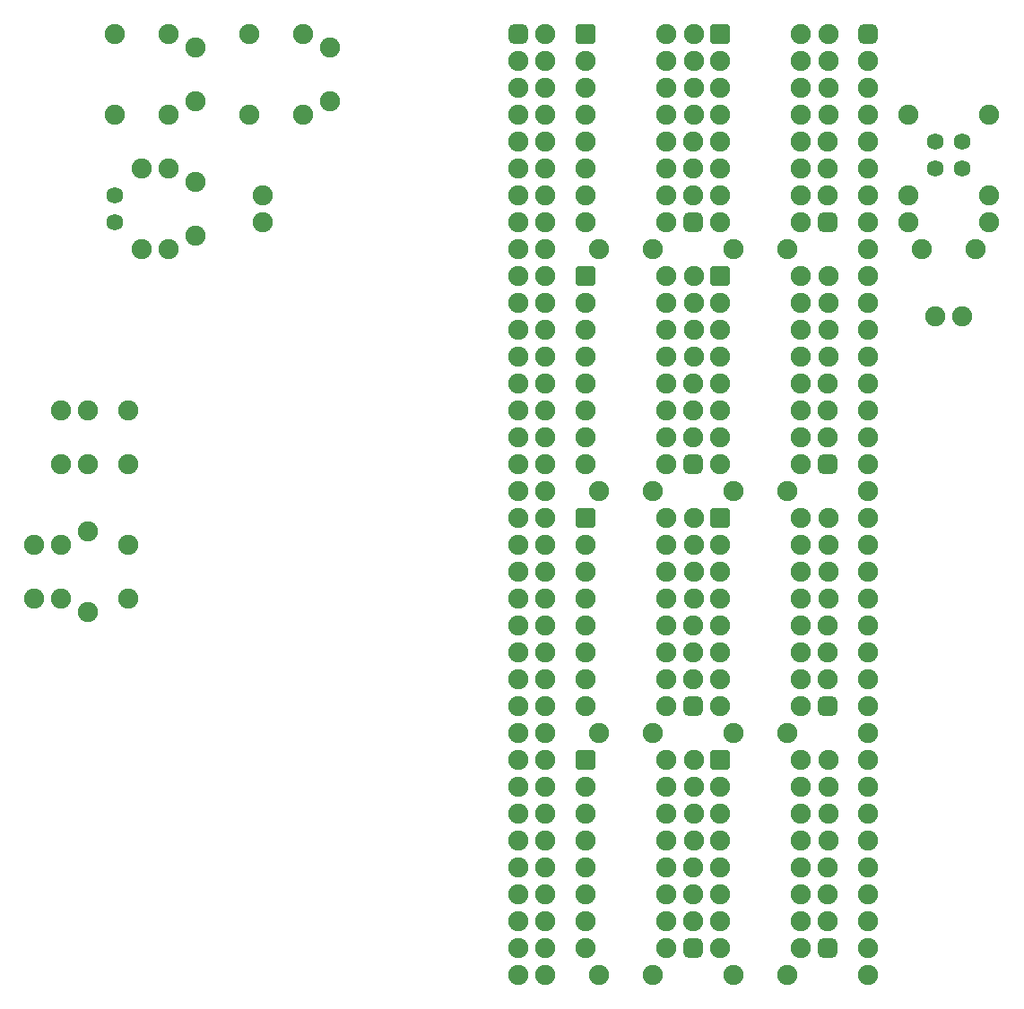
<source format=gbr>
%TF.GenerationSoftware,KiCad,Pcbnew,(6.0.0)*%
%TF.CreationDate,2023-06-08T10:52:07-04:00*%
%TF.ProjectId,CONTROL,434f4e54-524f-44c2-9e6b-696361645f70,rev?*%
%TF.SameCoordinates,Original*%
%TF.FileFunction,Soldermask,Bot*%
%TF.FilePolarity,Negative*%
%FSLAX46Y46*%
G04 Gerber Fmt 4.6, Leading zero omitted, Abs format (unit mm)*
G04 Created by KiCad (PCBNEW (6.0.0)) date 2023-06-08 10:52:07*
%MOMM*%
%LPD*%
G01*
G04 APERTURE LIST*
G04 Aperture macros list*
%AMRoundRect*
0 Rectangle with rounded corners*
0 $1 Rounding radius*
0 $2 $3 $4 $5 $6 $7 $8 $9 X,Y pos of 4 corners*
0 Add a 4 corners polygon primitive as box body*
4,1,4,$2,$3,$4,$5,$6,$7,$8,$9,$2,$3,0*
0 Add four circle primitives for the rounded corners*
1,1,$1+$1,$2,$3*
1,1,$1+$1,$4,$5*
1,1,$1+$1,$6,$7*
1,1,$1+$1,$8,$9*
0 Add four rect primitives between the rounded corners*
20,1,$1+$1,$2,$3,$4,$5,0*
20,1,$1+$1,$4,$5,$6,$7,0*
20,1,$1+$1,$6,$7,$8,$9,0*
20,1,$1+$1,$8,$9,$2,$3,0*%
G04 Aperture macros list end*
%ADD10C,1.905000*%
%ADD11RoundRect,0.381000X-0.571500X-0.571500X0.571500X-0.571500X0.571500X0.571500X-0.571500X0.571500X0*%
%ADD12RoundRect,0.635000X0.317500X0.317500X-0.317500X0.317500X-0.317500X-0.317500X0.317500X-0.317500X0*%
%ADD13RoundRect,0.635000X-0.317500X0.317500X-0.317500X-0.317500X0.317500X-0.317500X0.317500X0.317500X0*%
%ADD14C,1.587500*%
G04 APERTURE END LIST*
D10*
%TO.C,C4*%
X62230000Y-33020000D03*
X62230000Y-38100000D03*
%TD*%
D11*
%TO.C,IC4*%
X99060000Y-54610000D03*
D10*
X99060000Y-57150000D03*
X99060000Y-59690000D03*
X99060000Y-62230000D03*
X99060000Y-64770000D03*
X99060000Y-67310000D03*
X99060000Y-69850000D03*
X99060000Y-72390000D03*
X106680000Y-72390000D03*
X106680000Y-69850000D03*
X106680000Y-67310000D03*
X106680000Y-64770000D03*
X106680000Y-62230000D03*
X106680000Y-59690000D03*
X106680000Y-57150000D03*
X106680000Y-54610000D03*
%TD*%
D12*
%TO.C,RN5*%
X109220000Y-95250000D03*
D10*
X109220000Y-92710000D03*
X109220000Y-90170000D03*
X109220000Y-87630000D03*
X109242592Y-85091408D03*
X109242592Y-82551408D03*
X109242592Y-80010000D03*
X109242592Y-77470000D03*
%TD*%
D11*
%TO.C,IC5*%
X86360000Y-77470000D03*
D10*
X86360000Y-80010000D03*
X86360000Y-82550000D03*
X86360000Y-85090000D03*
X86360000Y-87630000D03*
X86360000Y-90170000D03*
X86360000Y-92710000D03*
X86360000Y-95250000D03*
X93980000Y-95250000D03*
X93980000Y-92710000D03*
X93980000Y-90170000D03*
X93980000Y-87630000D03*
X93980000Y-85090000D03*
X93980000Y-82550000D03*
X93980000Y-80010000D03*
X93980000Y-77470000D03*
%TD*%
%TO.C,D1*%
X46990000Y-52070000D03*
X46990000Y-44450000D03*
%TD*%
D11*
%TO.C,IC1*%
X86360000Y-31750000D03*
D10*
X86360000Y-34290000D03*
X86360000Y-36830000D03*
X86360000Y-39370000D03*
X86360000Y-41910000D03*
X86360000Y-44450000D03*
X86360000Y-46990000D03*
X86360000Y-49530000D03*
X93980000Y-49530000D03*
X93980000Y-46990000D03*
X93980000Y-44450000D03*
X93980000Y-41910000D03*
X93980000Y-39370000D03*
X93980000Y-36830000D03*
X93980000Y-34290000D03*
X93980000Y-31750000D03*
%TD*%
%TO.C,C12*%
X92710000Y-74930000D03*
X87630000Y-74930000D03*
%TD*%
%TO.C,D0*%
X124460000Y-49530000D03*
X116840000Y-49530000D03*
%TD*%
D11*
%TO.C,IC7*%
X86360000Y-100330000D03*
D10*
X86360000Y-102870000D03*
X86360000Y-105410000D03*
X86360000Y-107950000D03*
X86360000Y-110490000D03*
X86360000Y-113030000D03*
X86360000Y-115570000D03*
X86360000Y-118110000D03*
X93980000Y-118110000D03*
X93980000Y-115570000D03*
X93980000Y-113030000D03*
X93980000Y-110490000D03*
X93980000Y-107950000D03*
X93980000Y-105410000D03*
X93980000Y-102870000D03*
X93980000Y-100330000D03*
%TD*%
D13*
%TO.C,H0*%
X80010000Y-31750000D03*
D10*
X80010000Y-34290000D03*
X80010000Y-36830000D03*
X80010000Y-39370000D03*
X80010000Y-41910000D03*
X80010000Y-44450000D03*
X80010000Y-46990000D03*
X80010000Y-49530000D03*
X80010000Y-52070000D03*
X80010000Y-54610000D03*
X80010000Y-57150000D03*
X80010000Y-59690000D03*
X80010000Y-62230000D03*
X80010000Y-64770000D03*
X80010000Y-67310000D03*
X80010000Y-69850000D03*
X80010000Y-72390000D03*
X80010000Y-74930000D03*
X80010000Y-77470000D03*
X80010000Y-80010000D03*
X80010000Y-82550000D03*
X80010000Y-85090000D03*
X80010000Y-87630000D03*
X80010000Y-90170000D03*
X80010000Y-92710000D03*
X80010000Y-95250000D03*
X80010000Y-97790000D03*
X80010000Y-100330000D03*
X80010000Y-102870000D03*
X80010000Y-105410000D03*
X80010000Y-107950000D03*
X80010000Y-110490000D03*
X80010000Y-113030000D03*
X80010000Y-115570000D03*
X80010000Y-118110000D03*
X80010000Y-120650000D03*
X82550000Y-120650000D03*
X82550000Y-118110000D03*
X82550000Y-115570000D03*
X82550000Y-113030000D03*
X82550000Y-110490000D03*
X82550000Y-107950000D03*
X82550000Y-105410000D03*
X82550000Y-102870000D03*
X82550000Y-100330000D03*
X82550000Y-97790000D03*
X82550000Y-95250000D03*
X82550000Y-92710000D03*
X82550000Y-90170000D03*
X82550000Y-87630000D03*
X82550000Y-85090000D03*
X82550000Y-82550000D03*
X82550000Y-80010000D03*
X82550000Y-77470000D03*
X82550000Y-74930000D03*
X82550000Y-72390000D03*
X82550000Y-69850000D03*
X82550000Y-67310000D03*
X82550000Y-64770000D03*
X82550000Y-62230000D03*
X82550000Y-59690000D03*
X82550000Y-57150000D03*
X82550000Y-54610000D03*
X82550000Y-52070000D03*
X82550000Y-49530000D03*
X82550000Y-46990000D03*
X82550000Y-44450000D03*
X82550000Y-41910000D03*
X82550000Y-39370000D03*
X82550000Y-36830000D03*
X82550000Y-34290000D03*
X82550000Y-31750000D03*
%TD*%
%TO.C,C8*%
X34290000Y-80010000D03*
X34290000Y-85090000D03*
%TD*%
%TO.C,C13*%
X105410000Y-74930000D03*
X100330000Y-74930000D03*
%TD*%
%TO.C,S0*%
X54610000Y-31750000D03*
X54610000Y-39370000D03*
%TD*%
%TO.C,R2*%
X124460000Y-46990000D03*
X116840000Y-46990000D03*
%TD*%
%TO.C,R0*%
X59690000Y-39370000D03*
X59690000Y-31750000D03*
%TD*%
%TO.C,C10*%
X92710000Y-52070000D03*
X87630000Y-52070000D03*
%TD*%
D11*
%TO.C,IC2*%
X99060000Y-31750000D03*
D10*
X99060000Y-34290000D03*
X99060000Y-36830000D03*
X99060000Y-39370000D03*
X99060000Y-41910000D03*
X99060000Y-44450000D03*
X99060000Y-46990000D03*
X99060000Y-49530000D03*
X106680000Y-49530000D03*
X106680000Y-46990000D03*
X106680000Y-44450000D03*
X106680000Y-41910000D03*
X106680000Y-39370000D03*
X106680000Y-36830000D03*
X106680000Y-34290000D03*
X106680000Y-31750000D03*
%TD*%
%TO.C,C14*%
X92710000Y-97790000D03*
X87630000Y-97790000D03*
%TD*%
%TO.C,C11*%
X105410000Y-52070000D03*
X100330000Y-52070000D03*
%TD*%
%TO.C,C6*%
X39370000Y-67310000D03*
X39370000Y-72390000D03*
%TD*%
%TO.C,C7*%
X36830000Y-72390000D03*
X36830000Y-67310000D03*
%TD*%
D14*
%TO.C,D4*%
X119380000Y-41910000D03*
X121920000Y-41910000D03*
%TD*%
D10*
%TO.C,C9*%
X36830000Y-85090000D03*
X36830000Y-80010000D03*
%TD*%
%TO.C,C15*%
X105410000Y-97790000D03*
X100330000Y-97790000D03*
%TD*%
%TO.C,R1*%
X46990000Y-39370000D03*
X46990000Y-31750000D03*
%TD*%
%TO.C,C1*%
X121920000Y-58420000D03*
X119380000Y-58420000D03*
%TD*%
D12*
%TO.C,RN4*%
X96520000Y-95250000D03*
D10*
X96520000Y-92710000D03*
X96520000Y-90170000D03*
X96520000Y-87630000D03*
X96542592Y-85091408D03*
X96542592Y-82551408D03*
X96542592Y-80010000D03*
X96542592Y-77470000D03*
%TD*%
%TO.C,R3*%
X44450000Y-52070000D03*
X44450000Y-44450000D03*
%TD*%
%TO.C,C3*%
X123190000Y-52070000D03*
X118110000Y-52070000D03*
%TD*%
%TO.C,C2*%
X49530000Y-50800000D03*
X49530000Y-45720000D03*
%TD*%
%TO.C,R4*%
X116840000Y-39370000D03*
X124460000Y-39370000D03*
%TD*%
%TO.C,C16*%
X92710000Y-120650000D03*
X87630000Y-120650000D03*
%TD*%
D12*
%TO.C,RN3*%
X109220000Y-72390000D03*
D10*
X109220000Y-69850000D03*
X109220000Y-67310000D03*
X109220000Y-64770000D03*
X109242592Y-62231408D03*
X109242592Y-59691408D03*
X109242592Y-57150000D03*
X109242592Y-54610000D03*
%TD*%
D12*
%TO.C,RN1*%
X109220000Y-49530000D03*
D10*
X109220000Y-46990000D03*
X109220000Y-44450000D03*
X109220000Y-41910000D03*
X109242592Y-39371408D03*
X109242592Y-36831408D03*
X109242592Y-34290000D03*
X109242592Y-31750000D03*
%TD*%
D11*
%TO.C,IC8*%
X99060000Y-100330000D03*
D10*
X99060000Y-102870000D03*
X99060000Y-105410000D03*
X99060000Y-107950000D03*
X99060000Y-110490000D03*
X99060000Y-113030000D03*
X99060000Y-115570000D03*
X99060000Y-118110000D03*
X106680000Y-118110000D03*
X106680000Y-115570000D03*
X106680000Y-113030000D03*
X106680000Y-110490000D03*
X106680000Y-107950000D03*
X106680000Y-105410000D03*
X106680000Y-102870000D03*
X106680000Y-100330000D03*
%TD*%
%TO.C,R7*%
X39370000Y-86360000D03*
X39370000Y-78740000D03*
%TD*%
D14*
%TO.C,D3*%
X41910000Y-49530000D03*
X41910000Y-46990000D03*
%TD*%
D12*
%TO.C,RN2*%
X96520000Y-72390000D03*
D10*
X96520000Y-69850000D03*
X96520000Y-67310000D03*
X96520000Y-64770000D03*
X96542592Y-62231408D03*
X96542592Y-59691408D03*
X96542592Y-57150000D03*
X96542592Y-54610000D03*
%TD*%
D12*
%TO.C,RN0*%
X96520000Y-49530000D03*
D10*
X96520000Y-46990000D03*
X96520000Y-44450000D03*
X96520000Y-41910000D03*
X96542592Y-39371408D03*
X96542592Y-36831408D03*
X96542592Y-34290000D03*
X96542592Y-31750000D03*
%TD*%
%TO.C,X1*%
X43180000Y-85090000D03*
X43180000Y-80010000D03*
%TD*%
D12*
%TO.C,RN7*%
X109220000Y-118110000D03*
D10*
X109220000Y-115570000D03*
X109220000Y-113030000D03*
X109220000Y-110490000D03*
X109242592Y-107951408D03*
X109242592Y-105411408D03*
X109242592Y-102870000D03*
X109242592Y-100330000D03*
%TD*%
%TO.C,S1*%
X41910000Y-31750000D03*
X41910000Y-39370000D03*
%TD*%
%TO.C,C0*%
X55880000Y-49530000D03*
X55880000Y-46990000D03*
%TD*%
D11*
%TO.C,IC3*%
X86360000Y-54610000D03*
D10*
X86360000Y-57150000D03*
X86360000Y-59690000D03*
X86360000Y-62230000D03*
X86360000Y-64770000D03*
X86360000Y-67310000D03*
X86360000Y-69850000D03*
X86360000Y-72390000D03*
X93980000Y-72390000D03*
X93980000Y-69850000D03*
X93980000Y-67310000D03*
X93980000Y-64770000D03*
X93980000Y-62230000D03*
X93980000Y-59690000D03*
X93980000Y-57150000D03*
X93980000Y-54610000D03*
%TD*%
D14*
%TO.C,D2*%
X121920000Y-44450000D03*
X119380000Y-44450000D03*
%TD*%
D13*
%TO.C,H1*%
X113030000Y-31750000D03*
D10*
X113030000Y-34290000D03*
X113030000Y-36830000D03*
X113030000Y-39370000D03*
X113030000Y-41910000D03*
X113030000Y-44450000D03*
X113030000Y-46990000D03*
X113030000Y-49530000D03*
X113030000Y-52070000D03*
X113030000Y-54610000D03*
X113030000Y-57150000D03*
X113030000Y-59690000D03*
X113030000Y-62230000D03*
X113030000Y-64770000D03*
X113030000Y-67310000D03*
X113030000Y-69850000D03*
X113030000Y-72390000D03*
X113030000Y-74930000D03*
X113030000Y-77470000D03*
X113030000Y-80010000D03*
X113030000Y-82550000D03*
X113030000Y-85090000D03*
X113030000Y-87630000D03*
X113030000Y-90170000D03*
X113030000Y-92710000D03*
X113030000Y-95250000D03*
X113030000Y-97790000D03*
X113030000Y-100330000D03*
X113030000Y-102870000D03*
X113030000Y-105410000D03*
X113030000Y-107950000D03*
X113030000Y-110490000D03*
X113030000Y-113030000D03*
X113030000Y-115570000D03*
X113030000Y-118110000D03*
X113030000Y-120650000D03*
%TD*%
%TO.C,X0*%
X43180000Y-72390000D03*
X43180000Y-67310000D03*
%TD*%
%TO.C,C17*%
X105410000Y-120650000D03*
X100330000Y-120650000D03*
%TD*%
D11*
%TO.C,IC6*%
X99060000Y-77470000D03*
D10*
X99060000Y-80010000D03*
X99060000Y-82550000D03*
X99060000Y-85090000D03*
X99060000Y-87630000D03*
X99060000Y-90170000D03*
X99060000Y-92710000D03*
X99060000Y-95250000D03*
X106680000Y-95250000D03*
X106680000Y-92710000D03*
X106680000Y-90170000D03*
X106680000Y-87630000D03*
X106680000Y-85090000D03*
X106680000Y-82550000D03*
X106680000Y-80010000D03*
X106680000Y-77470000D03*
%TD*%
D12*
%TO.C,RN6*%
X96520000Y-118110000D03*
D10*
X96520000Y-115570000D03*
X96520000Y-113030000D03*
X96520000Y-110490000D03*
X96542592Y-107951408D03*
X96542592Y-105411408D03*
X96542592Y-102870000D03*
X96542592Y-100330000D03*
%TD*%
%TO.C,C5*%
X49530000Y-33020000D03*
X49530000Y-38100000D03*
%TD*%
M02*

</source>
